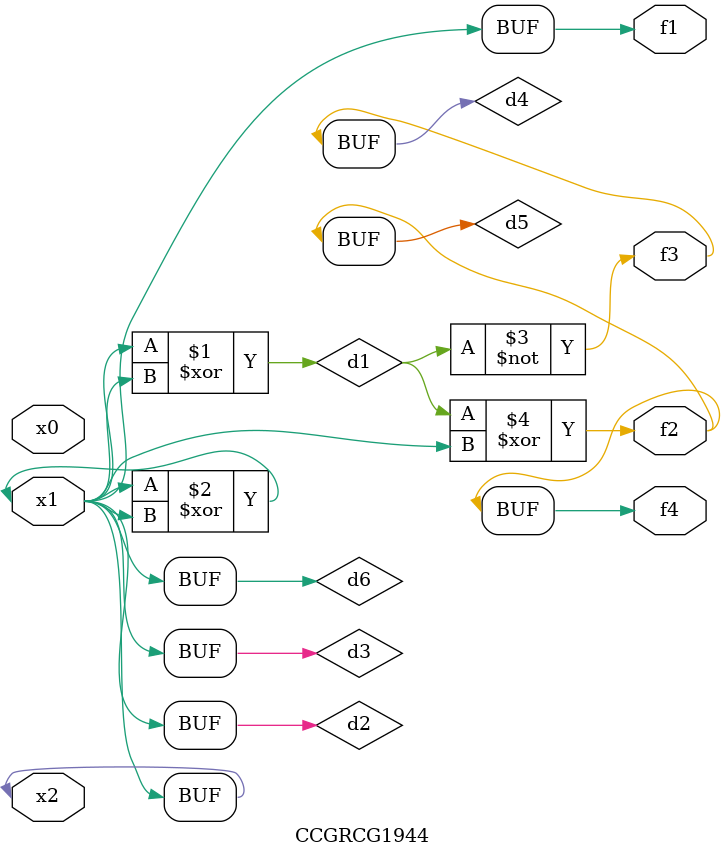
<source format=v>
module CCGRCG1944(
	input x0, x1, x2,
	output f1, f2, f3, f4
);

	wire d1, d2, d3, d4, d5, d6;

	xor (d1, x1, x2);
	buf (d2, x1, x2);
	xor (d3, x1, x2);
	nor (d4, d1);
	xor (d5, d1, d2);
	buf (d6, d2, d3);
	assign f1 = d6;
	assign f2 = d5;
	assign f3 = d4;
	assign f4 = d5;
endmodule

</source>
